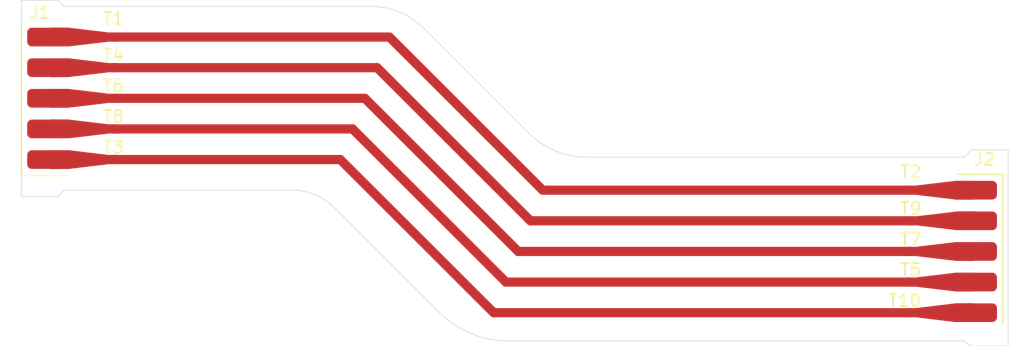
<source format=kicad_pcb>
(kicad_pcb (version 20171130) (host pcbnew "(5.1.4-103-g340bdd602)")

  (general
    (thickness 0.3)
    (drawings 20)
    (tracks 15)
    (zones 0)
    (modules 12)
    (nets 6)
  )

  (page A4)
  (layers
    (0 F.Cu signal)
    (31 B.Cu signal)
    (32 B.Adhes user)
    (33 F.Adhes user)
    (34 B.Paste user)
    (35 F.Paste user)
    (36 B.SilkS user)
    (37 F.SilkS user)
    (38 B.Mask user)
    (39 F.Mask user)
    (40 Dwgs.User user)
    (41 Cmts.User user)
    (42 Eco1.User user)
    (43 Eco2.User user)
    (44 Edge.Cuts user)
    (45 Margin user)
    (46 B.CrtYd user)
    (47 F.CrtYd user)
    (48 B.Fab user)
    (49 F.Fab user)
  )

  (setup
    (last_trace_width 0.75)
    (trace_clearance 0.2)
    (zone_clearance 0.508)
    (zone_45_only no)
    (trace_min 0.2)
    (via_size 0.8)
    (via_drill 0.4)
    (via_min_size 0.4)
    (via_min_drill 0.3)
    (uvia_size 0.3)
    (uvia_drill 0.1)
    (uvias_allowed no)
    (uvia_min_size 0.2)
    (uvia_min_drill 0.1)
    (edge_width 0.05)
    (segment_width 0.2)
    (pcb_text_width 0.3)
    (pcb_text_size 1.5 1.5)
    (mod_edge_width 0.12)
    (mod_text_size 1 1)
    (mod_text_width 0.15)
    (pad_size 1.524 1.524)
    (pad_drill 0.762)
    (pad_to_mask_clearance 0.051)
    (solder_mask_min_width 0.25)
    (aux_axis_origin 0 0)
    (grid_origin 90 120)
    (visible_elements FFFFFF7F)
    (pcbplotparams
      (layerselection 0x010fc_ffffffff)
      (usegerberextensions false)
      (usegerberattributes false)
      (usegerberadvancedattributes false)
      (creategerberjobfile false)
      (excludeedgelayer true)
      (linewidth 0.150000)
      (plotframeref false)
      (viasonmask false)
      (mode 1)
      (useauxorigin false)
      (hpglpennumber 1)
      (hpglpenspeed 20)
      (hpglpendiameter 15.000000)
      (psnegative false)
      (psa4output false)
      (plotreference true)
      (plotvalue true)
      (plotinvisibletext false)
      (padsonsilk false)
      (subtractmaskfromsilk false)
      (outputformat 1)
      (mirror false)
      (drillshape 1)
      (scaleselection 1)
      (outputdirectory ""))
  )

  (net 0 "")
  (net 1 "Net-(J1-Pad1)")
  (net 2 "Net-(J1-Pad2)")
  (net 3 "Net-(J1-Pad3)")
  (net 4 "Net-(J1-Pad4)")
  (net 5 "Net-(J1-Pad5)")

  (net_class Default "This is the default net class."
    (clearance 0.2)
    (trace_width 0.75)
    (via_dia 0.8)
    (via_drill 0.4)
    (uvia_dia 0.3)
    (uvia_drill 0.1)
    (add_net "Net-(J1-Pad1)")
    (add_net "Net-(J1-Pad2)")
    (add_net "Net-(J1-Pad3)")
    (add_net "Net-(J1-Pad4)")
    (add_net "Net-(J1-Pad5)")
  )

  (module uWave:uwT0.75_0.75_1.52_1.52_4.00 (layer F.Cu) (tedit 0) (tstamp 5DA24B22)
    (at 159 130)
    (path /5DA2C1E1)
    (attr virtual)
    (fp_text reference T10 (at -0.5 -1) (layer F.SilkS)
      (effects (font (size 1 1) (thickness 0.15)))
    )
    (fp_text value TAPER (at -4 0) (layer F.Fab)
      (effects (font (size 1 1) (thickness 0.15)))
    )
    (pad 1 smd rect (at 4.375 0) (size 1.524 1.524) (layers F.Cu)
      (net 1 "Net-(J1-Pad1)"))
    (pad 1 smd custom (at 0 0) (size 0.75 0.75) (layers F.Cu)
      (net 1 "Net-(J1-Pad1)")
      (options (clearance outline) (anchor rect))
      (primitives
        (gr_poly (pts
           (xy -0.375 -0.375) (xy 0.375 -0.375) (xy 3.613 -0.762) (xy 5.137 -0.762) (xy 5.137 0.762)
           (xy 3.613 0.762) (xy 0.375 0.375) (xy -0.375 0.375)) (width 0))
      ))
  )

  (module uWave:uwT0.75_0.75_1.52_1.52_4.00 (layer F.Cu) (tedit 0) (tstamp 5DA24B1C)
    (at 159.125 122.5)
    (path /5DA2750A)
    (attr virtual)
    (fp_text reference T9 (at -0.125 -1) (layer F.SilkS)
      (effects (font (size 1 1) (thickness 0.15)))
    )
    (fp_text value TAPER (at -4.125 0) (layer F.Fab)
      (effects (font (size 1 1) (thickness 0.15)))
    )
    (pad 1 smd rect (at 4.375 0) (size 1.524 1.524) (layers F.Cu)
      (net 4 "Net-(J1-Pad4)"))
    (pad 1 smd custom (at 0 0) (size 0.75 0.75) (layers F.Cu)
      (net 4 "Net-(J1-Pad4)")
      (options (clearance outline) (anchor rect))
      (primitives
        (gr_poly (pts
           (xy -0.375 -0.375) (xy 0.375 -0.375) (xy 3.613 -0.762) (xy 5.137 -0.762) (xy 5.137 0.762)
           (xy 3.613 0.762) (xy 0.375 0.375) (xy -0.375 0.375)) (width 0))
      ))
  )

  (module uWave:uwT0.75_0.75_1.52_1.52_4.00 (layer F.Cu) (tedit 0) (tstamp 5DA24B57)
    (at 94 115 180)
    (path /5DA2C1DB)
    (attr virtual)
    (fp_text reference T8 (at 0 1) (layer F.SilkS)
      (effects (font (size 1 1) (thickness 0.15)))
    )
    (fp_text value TAPER (at -4 0) (layer F.Fab)
      (effects (font (size 1 1) (thickness 0.15)))
    )
    (pad 1 smd rect (at 4.375 0 180) (size 1.524 1.524) (layers F.Cu)
      (net 2 "Net-(J1-Pad2)"))
    (pad 1 smd custom (at 0 0 180) (size 0.75 0.75) (layers F.Cu)
      (net 2 "Net-(J1-Pad2)")
      (options (clearance outline) (anchor rect))
      (primitives
        (gr_poly (pts
           (xy -0.375 -0.375) (xy 0.375 -0.375) (xy 3.613 -0.762) (xy 5.137 -0.762) (xy 5.137 0.762)
           (xy 3.613 0.762) (xy 0.375 0.375) (xy -0.375 0.375)) (width 0))
      ))
  )

  (module uWave:uwT0.75_0.75_1.52_1.52_4.00 (layer F.Cu) (tedit 0) (tstamp 5DA24B10)
    (at 159 125)
    (path /5DA2788E)
    (attr virtual)
    (fp_text reference T7 (at 0 -1) (layer F.SilkS)
      (effects (font (size 1 1) (thickness 0.15)))
    )
    (fp_text value TAPER (at -4 0) (layer F.Fab)
      (effects (font (size 1 1) (thickness 0.15)))
    )
    (pad 1 smd rect (at 4.375 0) (size 1.524 1.524) (layers F.Cu)
      (net 3 "Net-(J1-Pad3)"))
    (pad 1 smd custom (at 0 0) (size 0.75 0.75) (layers F.Cu)
      (net 3 "Net-(J1-Pad3)")
      (options (clearance outline) (anchor rect))
      (primitives
        (gr_poly (pts
           (xy -0.375 -0.375) (xy 0.375 -0.375) (xy 3.613 -0.762) (xy 5.137 -0.762) (xy 5.137 0.762)
           (xy 3.613 0.762) (xy 0.375 0.375) (xy -0.375 0.375)) (width 0))
      ))
  )

  (module uWave:uwT0.75_0.75_1.52_1.52_4.00 (layer F.Cu) (tedit 0) (tstamp 5DA24B0A)
    (at 94 112.5 180)
    (path /5DA25C80)
    (attr virtual)
    (fp_text reference T6 (at 0 1) (layer F.SilkS)
      (effects (font (size 1 1) (thickness 0.15)))
    )
    (fp_text value TAPER (at -4 0) (layer F.Fab)
      (effects (font (size 1 1) (thickness 0.15)))
    )
    (pad 1 smd rect (at 4.375 0 180) (size 1.524 1.524) (layers F.Cu)
      (net 3 "Net-(J1-Pad3)"))
    (pad 1 smd custom (at 0 0 180) (size 0.75 0.75) (layers F.Cu)
      (net 3 "Net-(J1-Pad3)")
      (options (clearance outline) (anchor rect))
      (primitives
        (gr_poly (pts
           (xy -0.375 -0.375) (xy 0.375 -0.375) (xy 3.613 -0.762) (xy 5.137 -0.762) (xy 5.137 0.762)
           (xy 3.613 0.762) (xy 0.375 0.375) (xy -0.375 0.375)) (width 0))
      ))
  )

  (module uWave:uwT0.75_0.75_1.52_1.52_4.00 (layer F.Cu) (tedit 0) (tstamp 5DA24B04)
    (at 159 127.5)
    (path /5DA26ADE)
    (attr virtual)
    (fp_text reference T5 (at 0 -1) (layer F.SilkS)
      (effects (font (size 1 1) (thickness 0.15)))
    )
    (fp_text value TAPER (at -4 0) (layer F.Fab)
      (effects (font (size 1 1) (thickness 0.15)))
    )
    (pad 1 smd rect (at 4.375 0) (size 1.524 1.524) (layers F.Cu)
      (net 2 "Net-(J1-Pad2)"))
    (pad 1 smd custom (at 0 0) (size 0.75 0.75) (layers F.Cu)
      (net 2 "Net-(J1-Pad2)")
      (options (clearance outline) (anchor rect))
      (primitives
        (gr_poly (pts
           (xy -0.375 -0.375) (xy 0.375 -0.375) (xy 3.613 -0.762) (xy 5.137 -0.762) (xy 5.137 0.762)
           (xy 3.613 0.762) (xy 0.375 0.375) (xy -0.375 0.375)) (width 0))
      ))
  )

  (module uWave:uwT0.75_0.75_1.52_1.52_4.00 (layer F.Cu) (tedit 0) (tstamp 5DA24AFE)
    (at 94 110 180)
    (path /5DA2550D)
    (attr virtual)
    (fp_text reference T4 (at 0 1) (layer F.SilkS)
      (effects (font (size 1 1) (thickness 0.15)))
    )
    (fp_text value TAPER (at -4 0) (layer F.Fab)
      (effects (font (size 1 1) (thickness 0.15)))
    )
    (pad 1 smd rect (at 4.375 0 180) (size 1.524 1.524) (layers F.Cu)
      (net 4 "Net-(J1-Pad4)"))
    (pad 1 smd custom (at 0 0 180) (size 0.75 0.75) (layers F.Cu)
      (net 4 "Net-(J1-Pad4)")
      (options (clearance outline) (anchor rect))
      (primitives
        (gr_poly (pts
           (xy -0.375 -0.375) (xy 0.375 -0.375) (xy 3.613 -0.762) (xy 5.137 -0.762) (xy 5.137 0.762)
           (xy 3.613 0.762) (xy 0.375 0.375) (xy -0.375 0.375)) (width 0))
      ))
  )

  (module uWave:uwT0.75_0.75_1.52_1.52_4.00 (layer F.Cu) (tedit 0) (tstamp 5DA24AF8)
    (at 94 117.5 180)
    (path /5DA261A3)
    (attr virtual)
    (fp_text reference T3 (at 0 1) (layer F.SilkS)
      (effects (font (size 1 1) (thickness 0.15)))
    )
    (fp_text value TAPER (at -4 0) (layer F.Fab)
      (effects (font (size 1 1) (thickness 0.15)))
    )
    (pad 1 smd rect (at 4.375 0 180) (size 1.524 1.524) (layers F.Cu)
      (net 1 "Net-(J1-Pad1)"))
    (pad 1 smd custom (at 0 0 180) (size 0.75 0.75) (layers F.Cu)
      (net 1 "Net-(J1-Pad1)")
      (options (clearance outline) (anchor rect))
      (primitives
        (gr_poly (pts
           (xy -0.375 -0.375) (xy 0.375 -0.375) (xy 3.613 -0.762) (xy 5.137 -0.762) (xy 5.137 0.762)
           (xy 3.613 0.762) (xy 0.375 0.375) (xy -0.375 0.375)) (width 0))
      ))
  )

  (module uWave:uwT0.75_0.75_1.52_1.52_4.00 (layer F.Cu) (tedit 0) (tstamp 5DA24932)
    (at 159 120)
    (path /5DA2529F)
    (attr virtual)
    (fp_text reference T2 (at 0 -1.5) (layer F.SilkS)
      (effects (font (size 1 1) (thickness 0.15)))
    )
    (fp_text value TAPER (at -4 0) (layer F.Fab)
      (effects (font (size 1 1) (thickness 0.15)))
    )
    (pad 1 smd rect (at 4.375 0) (size 1.524 1.524) (layers F.Cu)
      (net 5 "Net-(J1-Pad5)"))
    (pad 1 smd custom (at 0 0) (size 0.75 0.75) (layers F.Cu)
      (net 5 "Net-(J1-Pad5)")
      (options (clearance outline) (anchor rect))
      (primitives
        (gr_poly (pts
           (xy -0.375 -0.375) (xy 0.375 -0.375) (xy 3.613 -0.762) (xy 5.137 -0.762) (xy 5.137 0.762)
           (xy 3.613 0.762) (xy 0.375 0.375) (xy -0.375 0.375)) (width 0))
      ))
  )

  (module uWave:uwT0.75_0.75_1.52_1.52_4.00 (layer F.Cu) (tedit 0) (tstamp 5DA24A34)
    (at 94 107.5 180)
    (path /5DA24B30)
    (attr virtual)
    (fp_text reference T1 (at 0 1.5) (layer F.SilkS)
      (effects (font (size 1 1) (thickness 0.15)))
    )
    (fp_text value TAPER (at -4 0) (layer F.Fab)
      (effects (font (size 1 1) (thickness 0.15)))
    )
    (pad 1 smd rect (at 4.375 0 180) (size 1.524 1.524) (layers F.Cu)
      (net 5 "Net-(J1-Pad5)"))
    (pad 1 smd custom (at 0 0 180) (size 0.75 0.75) (layers F.Cu)
      (net 5 "Net-(J1-Pad5)")
      (options (clearance outline) (anchor rect))
      (primitives
        (gr_poly (pts
           (xy -0.375 -0.375) (xy 0.375 -0.375) (xy 3.613 -0.762) (xy 5.137 -0.762) (xy 5.137 0.762)
           (xy 3.613 0.762) (xy 0.375 0.375) (xy -0.375 0.375)) (width 0))
      ))
  )

  (module uWave:flat-5p (layer F.Cu) (tedit 5DA1DA84) (tstamp 5DA1DE88)
    (at 164.5 120 180)
    (path /5DA1E08B)
    (fp_text reference J2 (at -0.5 2.5) (layer F.SilkS)
      (effects (font (size 1 1) (thickness 0.15)))
    )
    (fp_text value HEADER_5 (at 0.1 4.4) (layer F.Fab)
      (effects (font (size 1 1) (thickness 0.15)))
    )
    (fp_line (start -2 1.3) (end -2 -11) (layer F.SilkS) (width 0.12))
    (fp_line (start -2 1.3) (end 1.7 1.3) (layer F.SilkS) (width 0.12))
    (pad 5 smd roundrect (at 0 -10 180) (size 3.048 1.524) (layers F.Cu F.Paste F.Mask) (roundrect_rratio 0.25)
      (net 1 "Net-(J1-Pad1)"))
    (pad 4 smd roundrect (at 0 -7.5 180) (size 3.048 1.524) (layers F.Cu F.Paste F.Mask) (roundrect_rratio 0.25)
      (net 2 "Net-(J1-Pad2)"))
    (pad 3 smd roundrect (at 0 -5 180) (size 3.048 1.524) (layers F.Cu F.Paste F.Mask) (roundrect_rratio 0.25)
      (net 3 "Net-(J1-Pad3)"))
    (pad 2 smd roundrect (at 0 -2.5 180) (size 3.048 1.524) (layers F.Cu F.Paste F.Mask) (roundrect_rratio 0.25)
      (net 4 "Net-(J1-Pad4)"))
    (pad 1 smd roundrect (at 0 0 180) (size 3.048 1.524) (layers F.Cu F.Paste F.Mask) (roundrect_rratio 0.25)
      (net 5 "Net-(J1-Pad5)"))
  )

  (module uWave:flat-5p (layer F.Cu) (tedit 5DA1DA84) (tstamp 5DA1DE7D)
    (at 88.5 117.5)
    (path /5DA1DCA4)
    (fp_text reference J1 (at -0.5 -12) (layer F.SilkS)
      (effects (font (size 1 1) (thickness 0.15)))
    )
    (fp_text value HEADER_5 (at 0.1 4.4) (layer F.Fab)
      (effects (font (size 1 1) (thickness 0.15)))
    )
    (fp_line (start -2 1.3) (end 1.7 1.3) (layer F.SilkS) (width 0.12))
    (fp_line (start -2 1.3) (end -2 -11) (layer F.SilkS) (width 0.12))
    (pad 1 smd roundrect (at 0 0) (size 3.048 1.524) (layers F.Cu F.Paste F.Mask) (roundrect_rratio 0.25)
      (net 1 "Net-(J1-Pad1)"))
    (pad 2 smd roundrect (at 0 -2.5) (size 3.048 1.524) (layers F.Cu F.Paste F.Mask) (roundrect_rratio 0.25)
      (net 2 "Net-(J1-Pad2)"))
    (pad 3 smd roundrect (at 0 -5) (size 3.048 1.524) (layers F.Cu F.Paste F.Mask) (roundrect_rratio 0.25)
      (net 3 "Net-(J1-Pad3)"))
    (pad 4 smd roundrect (at 0 -7.5) (size 3.048 1.524) (layers F.Cu F.Paste F.Mask) (roundrect_rratio 0.25)
      (net 4 "Net-(J1-Pad4)"))
    (pad 5 smd roundrect (at 0 -10) (size 3.048 1.524) (layers F.Cu F.Paste F.Mask) (roundrect_rratio 0.25)
      (net 5 "Net-(J1-Pad5)"))
  )

  (gr_arc (start 108.575 124.868) (end 112.017 121.426) (angle -45) (layer Edge.Cuts) (width 0.05))
  (gr_arc (start 114.964 111.167) (end 119.324 106.806) (angle -45) (layer Edge.Cuts) (width 0.05))
  (gr_line (start 114.964 105) (end 90 105) (angle 90) (layer Edge.Cuts) (width 0.05))
  (gr_line (start 108.575 120) (end 90 120) (angle 90) (layer Edge.Cuts) (width 0.05))
  (gr_line (start 112.017 121.426) (end 120.534 129.943) (angle 90) (layer Edge.Cuts) (width 0.05))
  (gr_line (start 119.324 106.806) (end 127.842 115.324) (angle 90) (layer Edge.Cuts) (width 0.05))
  (gr_arc (start 132.621 110.544) (end 127.842 115.324) (angle -45) (layer Edge.Cuts) (width 0.05))
  (gr_arc (start 126.233 124.245) (end 120.534 129.943) (angle -45) (layer Edge.Cuts) (width 0.05))
  (gr_line (start 132.621 117.303) (end 163.344 117.303) (angle 90) (layer Edge.Cuts) (width 0.05))
  (gr_line (start 126.233 132.303) (end 163.344 132.303) (angle 90) (layer Edge.Cuts) (width 0.05))
  (gr_line (start 90 105) (end 89.5 104.5) (angle 90) (layer Edge.Cuts) (width 0.05))
  (gr_line (start 89.5 104.5) (end 86.5 104.5) (angle 90) (layer Edge.Cuts) (width 0.05))
  (gr_line (start 86.5 104.5) (end 86.5 120.5) (angle 90) (layer Edge.Cuts) (width 0.05))
  (gr_line (start 86.5 120.5) (end 89.5 120.5) (angle 90) (layer Edge.Cuts) (width 0.05))
  (gr_line (start 89.5 120.5) (end 90 120) (angle 90) (layer Edge.Cuts) (width 0.05))
  (gr_line (start 163.344 117.303) (end 163.932 116.715) (angle 90) (layer Edge.Cuts) (width 0.05))
  (gr_line (start 163.932 116.715) (end 166.932 116.715) (angle 90) (layer Edge.Cuts) (width 0.05))
  (gr_line (start 166.932 116.715) (end 166.932 132.715) (angle 90) (layer Edge.Cuts) (width 0.05))
  (gr_line (start 166.932 132.715) (end 163.932 132.715) (angle 90) (layer Edge.Cuts) (width 0.05))
  (gr_line (start 163.932 132.715) (end 163.344 132.303) (angle 90) (layer Edge.Cuts) (width 0.05))

  (segment (start 125 130) (end 159 130) (width 0.75) (layer F.Cu) (net 1))
  (segment (start 94 117.5) (end 112.5 117.5) (width 0.75) (layer F.Cu) (net 1))
  (segment (start 112.5 117.5) (end 125 130) (width 0.75) (layer F.Cu) (net 1))
  (segment (start 126 127.5) (end 159 127.5) (width 0.75) (layer F.Cu) (net 2))
  (segment (start 94 115) (end 113.5 115) (width 0.75) (layer F.Cu) (net 2))
  (segment (start 113.5 115) (end 126 127.5) (width 0.75) (layer F.Cu) (net 2))
  (segment (start 127 125) (end 159 125) (width 0.75) (layer F.Cu) (net 3))
  (segment (start 94 112.5) (end 114.5 112.5) (width 0.75) (layer F.Cu) (net 3))
  (segment (start 114.5 112.5) (end 127 125) (width 0.75) (layer F.Cu) (net 3))
  (segment (start 128 122.5) (end 159.125 122.5) (width 0.75) (layer F.Cu) (net 4))
  (segment (start 94 110) (end 115.5 110) (width 0.75) (layer F.Cu) (net 4))
  (segment (start 115.5 110) (end 128 122.5) (width 0.75) (layer F.Cu) (net 4))
  (segment (start 129 120) (end 159 120) (width 0.75) (layer F.Cu) (net 5))
  (segment (start 94 107.5) (end 116.5 107.5) (width 0.75) (layer F.Cu) (net 5))
  (segment (start 116.5 107.5) (end 129 120) (width 0.75) (layer F.Cu) (net 5))

)

</source>
